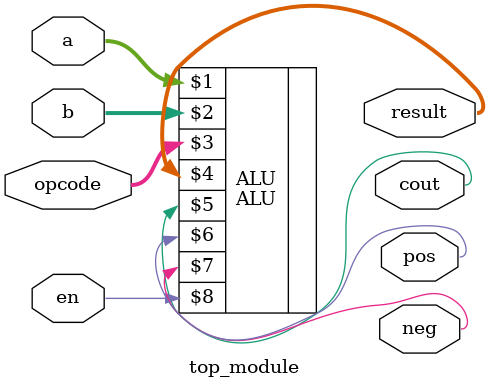
<source format=v>
`timescale 1ns / 1ps


module top_module(a, b, opcode, result, cout, pos, neg,en);
  input  [31:0] a, b;
  input  [2:0] opcode;       // 00 = Add, 01 = Sub, 10 = Inc, 11 = Dec
  input en;
  output [31:0] result;
  output cout, pos, neg;
  
ALU ALU(a, b, opcode, result, cout, pos, neg,en);
endmodule

</source>
